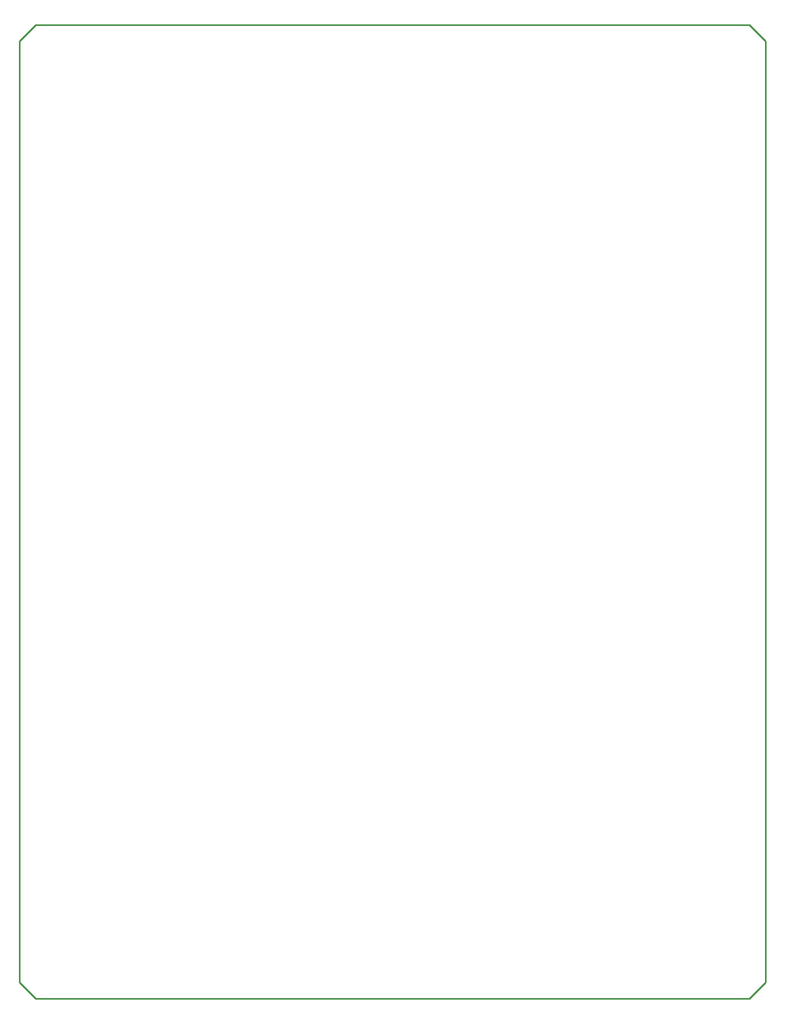
<source format=gko>
G04 ---------------------------- Layer name :KeepOutLayer *
G04 easyEDA 0.1*
G04 Scale: 100 percent, Rotated: No, Reflected: No *
G04 Dimensions in inches *
G04 leading zeros omitted , absolute positions ,2 integer and 4 * 
%FSLAX24Y24*%
%MOIN*%
G90*
G70D02*

%ADD10C,0.010000*%
G54D10*
G01X1000Y120000D02*
G01X45000Y120000D01*
G01X46000Y119000D01*
G01X46000Y61000D01*
G01X45000Y60000D01*
G01X1000Y60000D01*
G01X0Y61000D01*
G01X0Y119000D01*
G01X1000Y120000D01*

%LPD*%

M00*
M02*
</source>
